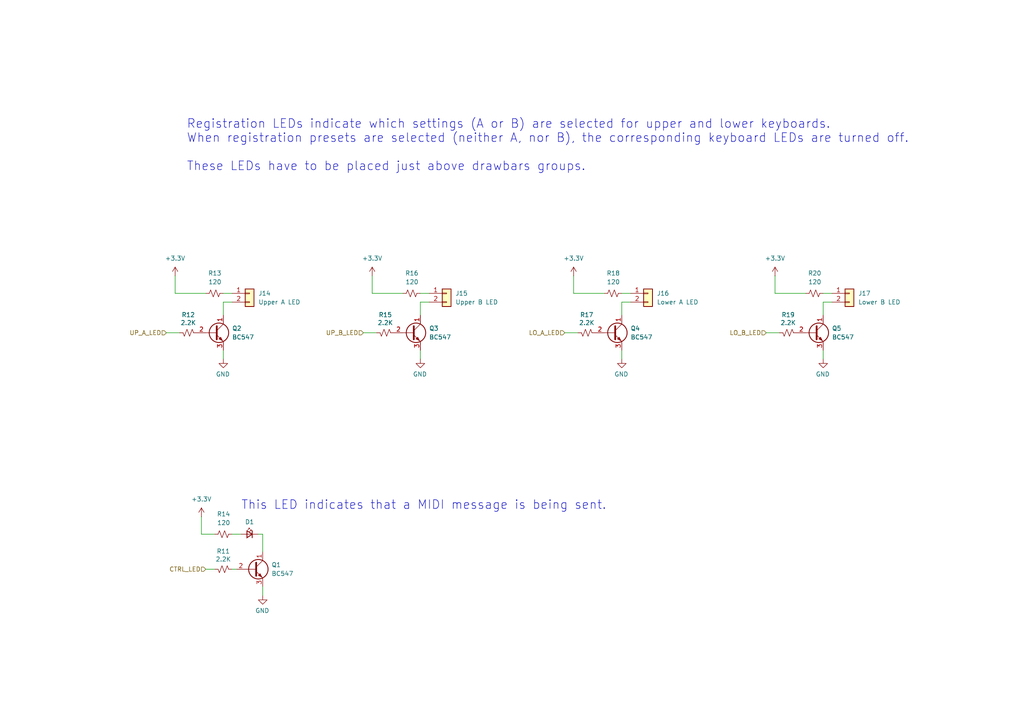
<source format=kicad_sch>
(kicad_sch (version 20250114) (generator "eeschema") (generator_version "9.0")
  (paper "A4")
  (title_block (title "A & B Registration Indicator LEDs") (date "2025-07-28") (rev "1.0") (company "Picherie"))
  (lib_symbols
    (symbol "Connector_Generic:Conn_01x02" (pin_names (offset 1.016) (hide yes))
      (property "Reference" "J" (at 0 2.54 0))
      (property "Value" "Conn_01x02" (at 0 -5.08 0))
      (symbol "Conn_01x02_1_1"
        (rectangle (start -1.27 1.27) (end 1.27 -3.81) (stroke (width 0.254)) (fill (type background)))
        (rectangle (start -1.27 0.127) (end 0 -0.127) (stroke (width 0.1524)))
        (rectangle (start -1.27 -2.413) (end 0 -2.667) (stroke (width 0.1524)))
        (pin passive line (at -5.08 0 0) (length 3.81) (name "Pin_1") (number "1"))
        (pin passive line (at -5.08 -2.54 0) (length 3.81) (name "Pin_2") (number "2"))
      )
    )
    (symbol "Device:LED_Small" (pin_numbers (hide yes)) (pin_names (offset 0.254) (hide yes))
      (property "Reference" "D" (at -1.27 3.175 0))
      (property "Value" "LED_Small" (at -4.445 -2.54 0))
      (symbol "LED_Small_0_1"
        (polyline (pts (xy -0.762 -1.016) (xy -0.762 1.016)) (stroke (width 0.254)))
        (polyline (pts (xy 0 0.762) (xy -0.508 1.27) (xy -0.254 1.27) (xy -0.508 1.27) (xy -0.508 1.016)))
        (polyline (pts (xy 0.508 1.27) (xy 0 1.778) (xy 0.254 1.778) (xy 0 1.778) (xy 0 1.524)))
        (polyline (pts (xy 0.762 -1.016) (xy -0.762 0) (xy 0.762 1.016) (xy 0.762 -1.016)) (stroke (width 0.254)))
        (polyline (pts (xy 1.016 0) (xy -0.762 0)))
      )
      (symbol "LED_Small_1_1"
        (pin passive line (at -2.54 0 0) (length 1.778) (name "K") (number "1"))
        (pin passive line (at 2.54 0 180) (length 1.778) (name "A") (number "2"))
      )
    )
    (symbol "Device:R_Small_US" (pin_numbers (hide yes)) (pin_names (offset 0.254) (hide yes))
      (property "Reference" "R" (at 0.762 0.508 0))
      (property "Value" "R_Small_US" (at 0.762 -1.016 0))
      (symbol "R_Small_US_1_1"
        (polyline (pts (xy 0 1.524) (xy 1.016 1.143) (xy 0 0.762) (xy -1.016 0.381) (xy 0 0)))
        (polyline (pts (xy 0 0) (xy 1.016 -0.381) (xy 0 -0.762) (xy -1.016 -1.143) (xy 0 -1.524)))
        (pin passive line (at 0 2.54 270) (length 1.016) (name "~") (number "1"))
        (pin passive line (at 0 -2.54 90) (length 1.016) (name "~") (number "2"))
      )
    )
    (symbol "Transistor_BJT:BC547" (pin_names (offset 0) (hide yes))
      (property "Reference" "Q" (at 5.08 1.905 0))
      (property "Value" "BC547" (at 5.08 0 0))
      (symbol "BC547_0_1"
        (polyline (pts (xy -2.54 0) (xy 0.635 0)))
        (polyline (pts (xy 0.635 1.905) (xy 0.635 -1.905)) (stroke (width 0.508)))
        (circle (center 1.27 0) (radius 2.8194) (stroke (width 0.254)))
      )
      (symbol "BC547_1_1"
        (polyline (pts (xy 0.635 0.635) (xy 2.54 2.54)))
        (polyline (pts (xy 0.635 -0.635) (xy 2.54 -2.54)))
        (polyline (pts (xy 1.27 -1.778) (xy 1.778 -1.27) (xy 2.286 -2.286) (xy 1.27 -1.778)) (fill (type outline)))
        (pin input line (at -5.08 0 0) (length 2.54) (name "B") (number "2"))
        (pin passive line (at 2.54 5.08 270) (length 2.54) (name "C") (number "1"))
        (pin passive line (at 2.54 -5.08 90) (length 2.54) (name "E") (number "3"))
      )
    )
    (symbol "power:+3.3V" (power) (pin_numbers (hide yes)) (pin_names (offset 0) (hide yes))
      (property "Value" "+3.3V" (at 0 3.556 0))
      (symbol "+3.3V_0_1"
        (polyline (pts (xy -0.762 1.27) (xy 0 2.54)))
        (polyline (pts (xy 0 2.54) (xy 0.762 1.27)))
        (polyline (pts (xy 0 0) (xy 0 2.54)))
      )
      (symbol "+3.3V_1_1"
        (pin power_in line (at 0 0 90) (length 0) (name "~") (number "1"))
      )
    )
    (symbol "power:GND" (power) (pin_numbers (hide yes)) (pin_names (offset 0) (hide yes))
      (property "Value" "GND" (at 0 -3.81 0))
      (symbol "GND_0_1"
        (polyline (pts (xy 0 0) (xy 0 -1.27) (xy 1.27 -1.27) (xy 0 -2.54) (xy -1.27 -1.27) (xy 0 -1.27)))
      )
      (symbol "GND_1_1"
        (pin power_in line (at 0 0 270) (length 0) (name "~") (number "1"))
      )
    )
  )
  (text "Registration LEDs indicate which settings (A or B) are selected for upper and lower keyboards.\nWhen registration presets are selected (neither A, nor B), the corresponding keyboard LEDs are turned off.\n\nThese LEDs have to be placed just above drawbars groups." (at 54.102 42.164 0) (effects (font (size 2.54 2.54)) (justify left)))
  (text "This LED indicates that a MIDI message is being sent." (at 122.936 146.558 0) (effects (font (size 2.54 2.54))))
  (wire (pts (xy 58.42 154.94) (xy 62.23 154.94)))
  (wire (pts (xy 64.77 87.63) (xy 64.77 91.44)))
  (wire (pts (xy 224.79 85.09) (xy 233.68 85.09)))
  (wire (pts (xy 67.31 87.63) (xy 64.77 87.63)))
  (wire (pts (xy 124.46 87.63) (xy 121.92 87.63)))
  (wire (pts (xy 67.31 165.1) (xy 68.58 165.1)))
  (wire (pts (xy 109.22 96.52) (xy 105.41 96.52)))
  (wire (pts (xy 241.3 87.63) (xy 238.76 87.63)))
  (wire (pts (xy 67.31 154.94) (xy 69.85 154.94)))
  (wire (pts (xy 180.34 87.63) (xy 180.34 91.44)))
  (wire (pts (xy 166.37 85.09) (xy 175.26 85.09)))
  (wire (pts (xy 76.2 154.94) (xy 76.2 160.02)))
  (wire (pts (xy 62.23 165.1) (xy 59.69 165.1)))
  (wire (pts (xy 180.34 85.09) (xy 182.88 85.09)))
  (wire (pts (xy 64.77 104.14) (xy 64.77 101.6)))
  (wire (pts (xy 107.95 80.01) (xy 107.95 85.09)))
  (wire (pts (xy 107.95 85.09) (xy 116.84 85.09)))
  (wire (pts (xy 224.79 80.01) (xy 224.79 85.09)))
  (wire (pts (xy 226.06 96.52) (xy 222.25 96.52)))
  (wire (pts (xy 74.93 154.94) (xy 76.2 154.94)))
  (wire (pts (xy 121.92 104.14) (xy 121.92 101.6)))
  (wire (pts (xy 76.2 172.72) (xy 76.2 170.18)))
  (wire (pts (xy 58.42 149.86) (xy 58.42 154.94)))
  (wire (pts (xy 167.64 96.52) (xy 163.83 96.52)))
  (wire (pts (xy 180.34 104.14) (xy 180.34 101.6)))
  (wire (pts (xy 238.76 87.63) (xy 238.76 91.44)))
  (wire (pts (xy 52.07 96.52) (xy 48.26 96.52)))
  (wire (pts (xy 166.37 80.01) (xy 166.37 85.09)))
  (wire (pts (xy 238.76 85.09) (xy 241.3 85.09)))
  (wire (pts (xy 64.77 85.09) (xy 67.31 85.09)))
  (wire (pts (xy 50.8 85.09) (xy 59.69 85.09)))
  (wire (pts (xy 238.76 104.14) (xy 238.76 101.6)))
  (wire (pts (xy 50.8 80.01) (xy 50.8 85.09)))
  (wire (pts (xy 182.88 87.63) (xy 180.34 87.63)))
  (wire (pts (xy 121.92 85.09) (xy 124.46 85.09)))
  (wire (pts (xy 121.92 87.63) (xy 121.92 91.44)))
  (hierarchical_label "LO_A_LED" (shape input) (at 163.83 96.52 180))
  (hierarchical_label "UP_A_LED" (shape input) (at 48.26 96.52 180))
  (hierarchical_label "CTRL_LED" (shape input) (at 59.69 165.1 180))
  (hierarchical_label "LO_B_LED" (shape input) (at 222.25 96.52 180))
  (hierarchical_label "UP_B_LED" (shape input) (at 105.41 96.52 180))
  (symbol (lib_id "Device:R_Small_US") (at 228.6 96.52 90) (mirror x) (unit 1)
    (property "Reference" "R19" (at 228.6 91.313 90))
    (property "Value" "2.2K" (at 228.6 93.6244 90))
    (property "Footprint" "Resistor_THT:R_Axial_DIN0207_L6.3mm_D2.5mm_P7.62mm_Horizontal" (effects (hide yes)))
    (property "Description" "Resistor, small US symbol" (effects (hide yes)))
  )
  (symbol (lib_id "Connector_Generic:Conn_01x02") (at 187.96 85.09 0) (unit 1)
    (property "Reference" "J16" (at 190.5 85.0899 0) (effects (justify left)))
    (property "Value" "Lower A LED" (at 190.5 87.6299 0) (effects (justify left)))
    (property "Footprint" "Connector_JST:JST_XH_B2B-XH-A_1x02_P2.50mm_Vertical" (effects (hide yes)))
    (property "Description" "Generic connector, single row, 01x02, script generated (kicad-library-utils/schlib/autogen/connector/)" (effects (hide yes)))
  )
  (symbol (lib_id "Device:R_Small_US") (at 64.77 165.1 90) (mirror x) (unit 1)
    (property "Reference" "R11" (at 64.77 159.893 90))
    (property "Value" "2.2K" (at 64.77 162.2044 90))
    (property "Footprint" "Resistor_THT:R_Axial_DIN0207_L6.3mm_D2.5mm_P7.62mm_Horizontal" (effects (hide yes)))
    (property "Description" "Resistor, small US symbol" (effects (hide yes)))
  )
  (symbol (lib_id "Connector_Generic:Conn_01x02") (at 72.39 85.09 0) (unit 1)
    (property "Reference" "J14" (at 74.93 85.0899 0) (effects (justify left)))
    (property "Value" "Upper A LED" (at 74.93 87.6299 0) (effects (justify left)))
    (property "Footprint" "Connector_JST:JST_XH_B2B-XH-A_1x02_P2.50mm_Vertical" (effects (hide yes)))
    (property "Description" "Generic connector, single row, 01x02, script generated (kicad-library-utils/schlib/autogen/connector/)" (effects (hide yes)))
  )
  (symbol (lib_id "Transistor_BJT:BC547") (at 119.38 96.52 0) (unit 1)
    (property "Reference" "Q3" (at 124.46 95.2499 0) (effects (justify left)))
    (property "Value" "BC547" (at 124.46 97.7899 0) (effects (justify left)))
    (property "Footprint" "Package_TO_SOT_THT:TO-92_Inline" (effects (hide yes)))
    (property "Datasheet" "https://www.onsemi.com/pub/Collateral/BC550-D.pdf" (effects (hide yes)))
    (property "Description" "0.1A Ic, 45V Vce, Small Signal NPN Transistor, TO-92" (effects (hide yes)))
  )
  (symbol (lib_id "power:+3.3V") (at 224.79 80.01 0) (unit 1)
    (property "Reference" "#PWR034" (effects (hide yes)))
    (property "Value" "+3.3V" (at 224.79 74.93 0))
    (property "Description" "Power symbol creates a global label with name \"+3.3V\"" (effects (hide yes)))
  )
  (symbol (lib_id "power:+3.3V") (at 166.37 80.01 0) (unit 1)
    (property "Reference" "#PWR030" (effects (hide yes)))
    (property "Value" "+3.3V" (at 166.37 74.93 0))
    (property "Description" "Power symbol creates a global label with name \"+3.3V\"" (effects (hide yes)))
  )
  (symbol (lib_id "Connector_Generic:Conn_01x02") (at 129.54 85.09 0) (unit 1)
    (property "Reference" "J15" (at 132.08 85.0899 0) (effects (justify left)))
    (property "Value" "Upper B LED" (at 132.08 87.6299 0) (effects (justify left)))
    (property "Footprint" "Connector_JST:JST_XH_B2B-XH-A_1x02_P2.50mm_Vertical" (effects (hide yes)))
    (property "Description" "Generic connector, single row, 01x02, script generated (kicad-library-utils/schlib/autogen/connector/)" (effects (hide yes)))
  )
  (symbol (lib_id "power:GND") (at 76.2 172.72 0) (mirror y) (unit 1)
    (property "Reference" "#PWR031" (effects (hide yes)))
    (property "Value" "GND" (at 76.073 177.1142 0))
    (property "Description" "Power symbol creates a global label with name \"GND\" , ground" (effects (hide yes)))
  )
  (symbol (lib_id "Device:R_Small_US") (at 236.22 85.09 90) (unit 1)
    (property "Reference" "R20" (at 238.252 79.248 90) (effects (justify left)))
    (property "Value" "120" (at 238.252 81.788 90) (effects (justify left)))
    (property "Footprint" "Resistor_THT:R_Axial_DIN0207_L6.3mm_D2.5mm_P7.62mm_Horizontal" (effects (hide yes)))
    (property "Description" "Resistor, small US symbol" (effects (hide yes)))
  )
  (symbol (lib_id "Device:R_Small_US") (at 54.61 96.52 90) (mirror x) (unit 1)
    (property "Reference" "R12" (at 54.61 91.313 90))
    (property "Value" "2.2K" (at 54.61 93.6244 90))
    (property "Footprint" "Resistor_THT:R_Axial_DIN0207_L6.3mm_D2.5mm_P7.62mm_Horizontal" (effects (hide yes)))
    (property "Description" "Resistor, small US symbol" (effects (hide yes)))
  )
  (symbol (lib_id "Transistor_BJT:BC547") (at 62.23 96.52 0) (unit 1)
    (property "Reference" "Q2" (at 67.31 95.2499 0) (effects (justify left)))
    (property "Value" "BC547" (at 67.31 97.7899 0) (effects (justify left)))
    (property "Footprint" "Package_TO_SOT_THT:TO-92_Inline" (effects (hide yes)))
    (property "Datasheet" "https://www.onsemi.com/pub/Collateral/BC550-D.pdf" (effects (hide yes)))
    (property "Description" "0.1A Ic, 45V Vce, Small Signal NPN Transistor, TO-92" (effects (hide yes)))
  )
  (symbol (lib_id "power:+3.3V") (at 107.95 80.01 0) (unit 1)
    (property "Reference" "#PWR025" (effects (hide yes)))
    (property "Value" "+3.3V" (at 107.95 74.93 0))
    (property "Description" "Power symbol creates a global label with name \"+3.3V\"" (effects (hide yes)))
  )
  (symbol (lib_id "power:GND") (at 64.77 104.14 0) (mirror y) (unit 1)
    (property "Reference" "#PWR032" (effects (hide yes)))
    (property "Value" "GND" (at 64.643 108.5342 0))
    (property "Description" "Power symbol creates a global label with name \"GND\" , ground" (effects (hide yes)))
  )
  (symbol (lib_id "Device:R_Small_US") (at 170.18 96.52 90) (mirror x) (unit 1)
    (property "Reference" "R17" (at 170.18 91.313 90))
    (property "Value" "2.2K" (at 170.18 93.6244 90))
    (property "Footprint" "Resistor_THT:R_Axial_DIN0207_L6.3mm_D2.5mm_P7.62mm_Horizontal" (effects (hide yes)))
    (property "Description" "Resistor, small US symbol" (effects (hide yes)))
  )
  (symbol (lib_id "Device:R_Small_US") (at 177.8 85.09 90) (unit 1)
    (property "Reference" "R18" (at 179.832 79.248 90) (effects (justify left)))
    (property "Value" "120" (at 179.832 81.788 90) (effects (justify left)))
    (property "Footprint" "Resistor_THT:R_Axial_DIN0207_L6.3mm_D2.5mm_P7.62mm_Horizontal" (effects (hide yes)))
    (property "Description" "Resistor, small US symbol" (effects (hide yes)))
  )
  (symbol (lib_id "power:+3.3V") (at 50.8 80.01 0) (unit 1)
    (property "Reference" "#PWR07" (effects (hide yes)))
    (property "Value" "+3.3V" (at 50.8 74.93 0))
    (property "Description" "Power symbol creates a global label with name \"+3.3V\"" (effects (hide yes)))
  )
  (symbol (lib_id "Device:R_Small_US") (at 111.76 96.52 90) (mirror x) (unit 1)
    (property "Reference" "R15" (at 111.76 91.313 90))
    (property "Value" "2.2K" (at 111.76 93.6244 90))
    (property "Footprint" "Resistor_THT:R_Axial_DIN0207_L6.3mm_D2.5mm_P7.62mm_Horizontal" (effects (hide yes)))
    (property "Description" "Resistor, small US symbol" (effects (hide yes)))
  )
  (symbol (lib_id "Transistor_BJT:BC547") (at 177.8 96.52 0) (unit 1)
    (property "Reference" "Q4" (at 182.88 95.2499 0) (effects (justify left)))
    (property "Value" "BC547" (at 182.88 97.7899 0) (effects (justify left)))
    (property "Footprint" "Package_TO_SOT_THT:TO-92_Inline" (effects (hide yes)))
    (property "Datasheet" "https://www.onsemi.com/pub/Collateral/BC550-D.pdf" (effects (hide yes)))
    (property "Description" "0.1A Ic, 45V Vce, Small Signal NPN Transistor, TO-92" (effects (hide yes)))
  )
  (symbol (lib_id "power:+3.3V") (at 58.42 149.86 0) (unit 1)
    (property "Reference" "#PWR033" (effects (hide yes)))
    (property "Value" "+3.3V" (at 58.42 144.78 0))
    (property "Description" "Power symbol creates a global label with name \"+3.3V\"" (effects (hide yes)))
  )
  (symbol (lib_id "power:GND") (at 121.92 104.14 0) (mirror y) (unit 1)
    (property "Reference" "#PWR035" (effects (hide yes)))
    (property "Value" "GND" (at 121.793 108.5342 0))
    (property "Description" "Power symbol creates a global label with name \"GND\" , ground" (effects (hide yes)))
  )
  (symbol (lib_id "Transistor_BJT:BC547") (at 73.66 165.1 0) (unit 1)
    (property "Reference" "Q1" (at 78.74 163.8299 0) (effects (justify left)))
    (property "Value" "BC547" (at 78.74 166.3699 0) (effects (justify left)))
    (property "Footprint" "Package_TO_SOT_THT:TO-92_Inline" (effects (hide yes)))
    (property "Datasheet" "https://www.onsemi.com/pub/Collateral/BC550-D.pdf" (effects (hide yes)))
    (property "Description" "0.1A Ic, 45V Vce, Small Signal NPN Transistor, TO-92" (effects (hide yes)))
  )
  (symbol (lib_id "Connector_Generic:Conn_01x02") (at 246.38 85.09 0) (unit 1)
    (property "Reference" "J17" (at 248.92 85.0899 0) (effects (justify left)))
    (property "Value" "Lower B LED" (at 248.92 87.6299 0) (effects (justify left)))
    (property "Footprint" "Connector_JST:JST_XH_B2B-XH-A_1x02_P2.50mm_Vertical" (effects (hide yes)))
    (property "Description" "Generic connector, single row, 01x02, script generated (kicad-library-utils/schlib/autogen/connector/)" (effects (hide yes)))
  )
  (symbol (lib_id "Device:R_Small_US") (at 62.23 85.09 90) (unit 1)
    (property "Reference" "R13" (at 64.262 79.248 90) (effects (justify left)))
    (property "Value" "120" (at 64.262 81.788 90) (effects (justify left)))
    (property "Footprint" "Resistor_THT:R_Axial_DIN0207_L6.3mm_D2.5mm_P7.62mm_Horizontal" (effects (hide yes)))
    (property "Description" "Resistor, small US symbol" (effects (hide yes)))
  )
  (symbol (lib_id "power:GND") (at 180.34 104.14 0) (mirror y) (unit 1)
    (property "Reference" "#PWR037" (effects (hide yes)))
    (property "Value" "GND" (at 180.213 108.5342 0))
    (property "Description" "Power symbol creates a global label with name \"GND\" , ground" (effects (hide yes)))
  )
  (symbol (lib_id "Device:R_Small_US") (at 64.77 154.94 90) (unit 1)
    (property "Reference" "R14" (at 66.802 149.098 90) (effects (justify left)))
    (property "Value" "120" (at 66.802 151.638 90) (effects (justify left)))
    (property "Footprint" "Resistor_THT:R_Axial_DIN0207_L6.3mm_D2.5mm_P7.62mm_Horizontal" (effects (hide yes)))
    (property "Description" "Resistor, small US symbol" (effects (hide yes)))
  )
  (symbol (lib_id "power:GND") (at 238.76 104.14 0) (mirror y) (unit 1)
    (property "Reference" "#PWR039" (effects (hide yes)))
    (property "Value" "GND" (at 238.633 108.5342 0))
    (property "Description" "Power symbol creates a global label with name \"GND\" , ground" (effects (hide yes)))
  )
  (symbol (lib_id "Device:LED_Small") (at 72.39 154.94 0) (mirror y) (unit 1)
    (property "Reference" "D1" (at 72.39 151.384 0))
    (property "Value" "Keyboards" (effects (hide yes)))
    (property "Footprint" "LED_THT:LED_D3.0mm" (effects (hide yes)))
    (property "Description" "Light emitting diode, small symbol" (effects (hide yes)))
    (property "Sim.Pin" "1=K 2=A" (effects (hide yes)))
  )
  (symbol (lib_id "Device:R_Small_US") (at 119.38 85.09 90) (unit 1)
    (property "Reference" "R16" (at 121.412 79.248 90) (effects (justify left)))
    (property "Value" "120" (at 121.412 81.788 90) (effects (justify left)))
    (property "Footprint" "Resistor_THT:R_Axial_DIN0207_L6.3mm_D2.5mm_P7.62mm_Horizontal" (effects (hide yes)))
    (property "Description" "Resistor, small US symbol" (effects (hide yes)))
  )
  (symbol (lib_id "Transistor_BJT:BC547") (at 236.22 96.52 0) (unit 1)
    (property "Reference" "Q5" (at 241.3 95.2499 0) (effects (justify left)))
    (property "Value" "BC547" (at 241.3 97.7899 0) (effects (justify left)))
    (property "Footprint" "Package_TO_SOT_THT:TO-92_Inline" (effects (hide yes)))
    (property "Datasheet" "https://www.onsemi.com/pub/Collateral/BC550-D.pdf" (effects (hide yes)))
    (property "Description" "0.1A Ic, 45V Vce, Small Signal NPN Transistor, TO-92" (effects (hide yes)))
  )
)
</source>
